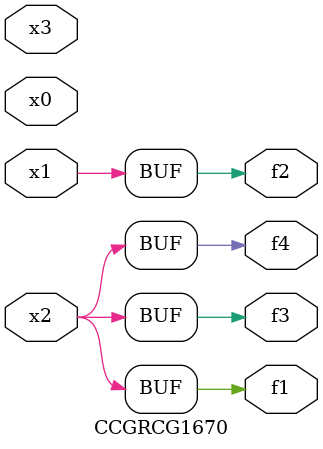
<source format=v>
module CCGRCG1670(
	input x0, x1, x2, x3,
	output f1, f2, f3, f4
);
	assign f1 = x2;
	assign f2 = x1;
	assign f3 = x2;
	assign f4 = x2;
endmodule

</source>
